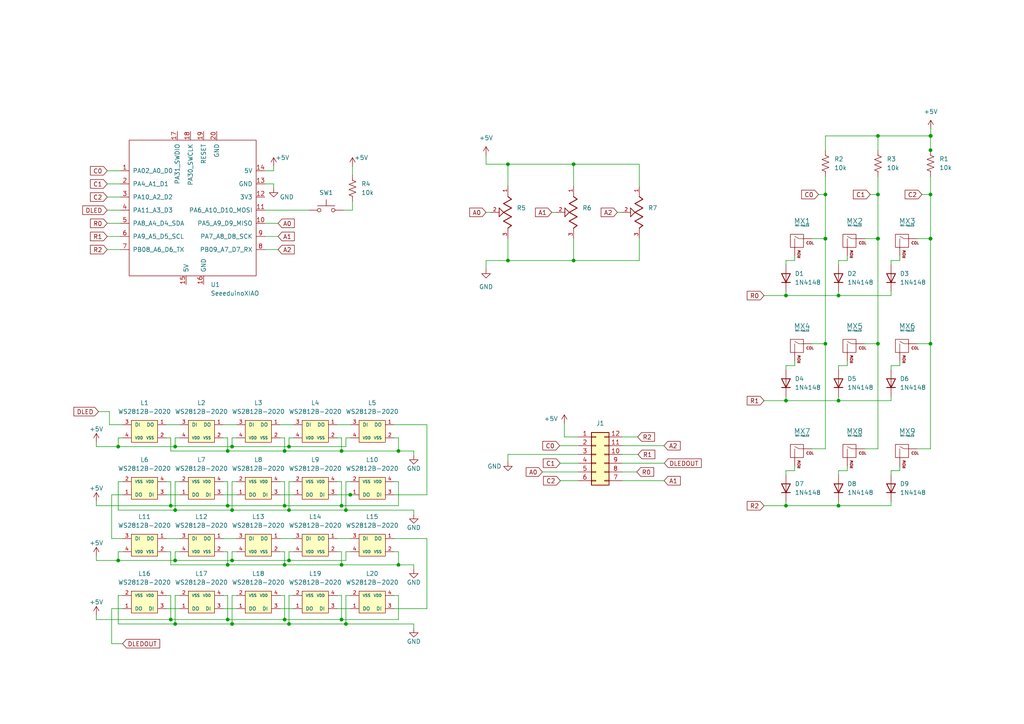
<source format=kicad_sch>
(kicad_sch (version 20211123) (generator eeschema)
  (paper "A4")
  (lib_symbols
    (symbol "Connector_Generic:Conn_02x06_Counter_Clockwise" (pin_names (offset 1.016) hide)
      (property "Reference" "J" (at 1.27 7.62 0))
      (property "Value" "Conn_02x06_Counter_Clockwise" (at 1.27 -10.16 0))
      (symbol "Conn_02x06_Counter_Clockwise_1_1"
        (pin passive line (at -5.08 5.08 0) (length 3.81) (name "Pin_1") (number "1"))
        (pin passive line (at 7.62 0 180) (length 3.81) (name "Pin_10") (number "10"))
        (pin passive line (at 7.62 2.54 180) (length 3.81) (name "Pin_11") (number "11"))
        (pin passive line (at 7.62 5.08 180) (length 3.81) (name "Pin_12") (number "12"))
        (pin passive line (at -5.08 2.54 0) (length 3.81) (name "Pin_2") (number "2"))
        (pin passive line (at -5.08 0 0) (length 3.81) (name "Pin_3") (number "3"))
        (pin passive line (at -5.08 -2.54 0) (length 3.81) (name "Pin_4") (number "4"))
        (pin passive line (at -5.08 -5.08 0) (length 3.81) (name "Pin_5") (number "5"))
        (pin passive line (at -5.08 -7.62 0) (length 3.81) (name "Pin_6") (number "6"))
        (pin passive line (at 7.62 -7.62 180) (length 3.81) (name "Pin_7") (number "7"))
        (pin passive line (at 7.62 -5.08 180) (length 3.81) (name "Pin_8") (number "8"))
        (pin passive line (at 7.62 -2.54 180) (length 3.81) (name "Pin_9") (number "9"))
      )
    )
    (symbol "Device:R_US" (pin_numbers hide) (pin_names (offset 0))
      (property "Reference" "R" (at 2.54 0 90))
      (property "Value" "R_US" (at -2.54 0 90))
      (symbol "R_US_1_1"
        (pin passive line (at 0 3.81 270) (length 1.27) (name "~") (number "1"))
        (pin passive line (at 0 -3.81 90) (length 1.27) (name "~") (number "2"))
      )
    )
    (symbol "Diode:1N4148" (pin_numbers hide) (pin_names hide)
      (property "Reference" "D" (at 0 2.54 0))
      (property "Value" "1N4148" (at 0 -2.54 0))
      (symbol "1N4148_1_1"
        (pin passive line (at -3.81 0 0) (length 2.54) (name "K") (number "1"))
        (pin passive line (at 3.81 0 180) (length 2.54) (name "A") (number "2"))
      )
    )
    (symbol "MX_Alps_Hybrid:MX-NoLED" (pin_names (offset 1.016))
      (property "Reference" "MX" (at -0.635 3.81 0))
      (property "Value" "MX-NoLED" (at -0.635 1.27 0))
      (symbol "MX-NoLED_0_0"
        (text "COL" (at 3.175 0 0) (effects (font (size 0.762 0.762))))
        (text "ROW" (at 0 -1.905 900) (effects (font (size 0.762 0.762)) (justify right)))
      )
      (symbol "MX-NoLED_1_1"
        (pin passive line (at 3.81 1.27 180) (length 2.54) (name "COL") (number "1"))
        (pin passive line (at -1.27 -3.81 90) (length 2.54) (name "ROW") (number "2"))
      )
    )
    (symbol "PTA4543-2015DPB103:PTA4543-2015DPB103" (pin_names (offset 1.016))
      (property "Reference" "R" (at -5.08 5.08 0))
      (property "Value" "PTA4543-2015DPB103" (at -5.08 2.54 0))
      (symbol "PTA4543-2015DPB103_0_0"
        (pin passive line (at -7.62 0 0) (length 2.54) (name "~") (number "1"))
        (pin passive line (at 0 -5.08 90) (length 2.54) (name "~") (number "2"))
        (pin passive line (at 7.62 0 180) (length 2.54) (name "~") (number "3"))
      )
    )
    (symbol "Seeeduino XIAO:SeeeduinoXIAO" (pin_names (offset 1.016))
      (property "Reference" "U" (at -19.05 22.86 0))
      (property "Value" "SeeeduinoXIAO" (at -12.7 21.59 0))
      (symbol "SeeeduinoXIAO_1_1"
        (pin unspecified line (at -21.59 11.43 0) (length 2.54) (name "PA02_A0_D0") (number "1"))
        (pin unspecified line (at 20.32 -3.81 180) (length 2.54) (name "PA5_A9_D9_MISO") (number "10"))
        (pin unspecified line (at 20.32 0 180) (length 2.54) (name "PA6_A10_D10_MOSI") (number "11"))
        (pin unspecified line (at 20.32 3.81 180) (length 2.54) (name "3V3") (number "12"))
        (pin unspecified line (at 20.32 7.62 180) (length 2.54) (name "GND") (number "13"))
        (pin unspecified line (at 20.32 11.43 180) (length 2.54) (name "5V") (number "14"))
        (pin input line (at -2.54 -21.59 90) (length 2.54) (name "5V") (number "15"))
        (pin input line (at 2.54 -21.59 90) (length 2.54) (name "GND") (number "16"))
        (pin input line (at -5.08 22.86 270) (length 2.54) (name "PA31_SWDIO") (number "17"))
        (pin input line (at -1.27 22.86 270) (length 2.54) (name "PA30_SWCLK") (number "18"))
        (pin input line (at 2.54 22.86 270) (length 2.54) (name "RESET") (number "19"))
        (pin unspecified line (at -21.59 7.62 0) (length 2.54) (name "PA4_A1_D1") (number "2"))
        (pin input line (at 6.35 22.86 270) (length 2.54) (name "GND") (number "20"))
        (pin unspecified line (at -21.59 3.81 0) (length 2.54) (name "PA10_A2_D2") (number "3"))
        (pin unspecified line (at -21.59 0 0) (length 2.54) (name "PA11_A3_D3") (number "4"))
        (pin unspecified line (at -21.59 -3.81 0) (length 2.54) (name "PA8_A4_D4_SDA") (number "5"))
        (pin unspecified line (at -21.59 -7.62 0) (length 2.54) (name "PA9_A5_D5_SCL") (number "6"))
        (pin unspecified line (at -21.59 -11.43 0) (length 2.54) (name "PB08_A6_D6_TX") (number "7"))
        (pin unspecified line (at 20.32 -11.43 180) (length 2.54) (name "PB09_A7_D7_RX") (number "8"))
        (pin unspecified line (at 20.32 -7.62 180) (length 2.54) (name "PA7_A8_D8_SCK") (number "9"))
      )
    )
    (symbol "Switch:SW_MEC_5G" (pin_numbers hide) (pin_names (offset 1.016) hide)
      (property "Reference" "SW" (at 1.27 2.54 0))
      (property "Value" "SW_MEC_5G" (at 0 -1.524 0))
      (symbol "SW_MEC_5G_0_1"
        (pin passive line (at -5.08 0 0) (length 2.54) (name "A") (number "1"))
        (pin passive line (at 5.08 0 180) (length 2.54) (name "B") (number "3"))
      )
      (symbol "SW_MEC_5G_1_1"
        (pin passive line (at -5.08 0 0) (length 2.54) hide (name "A") (number "2"))
        (pin passive line (at 5.08 0 180) (length 2.54) hide (name "B") (number "4"))
      )
    )
    (symbol "WS2812B-2020:WS2812B-2020" (pin_names (offset 1.016))
      (property "Reference" "L" (at -7.62 2.54 0))
      (property "Value" "WS2812B-2020" (at -3.81 -6.35 0))
      (symbol "WS2812B-2020_0_0"
        (pin output line (at 2.54 1.27 180) (length 2.5) (name "DO") (number "1"))
        (pin bidirectional line (at 2.54 -2.54 180) (length 2.5) (name "VSS") (number "2"))
        (pin input line (at -10.16 1.27 0) (length 2.5) (name "DI") (number "3"))
        (pin power_in line (at -10.16 -2.54 0) (length 2.5) (name "VDD") (number "4"))
      )
    )
    (symbol "WS2812B-2020_1" (pin_names (offset 1.016))
      (property "Reference" "L" (at -7.62 2.54 0))
      (property "Value" "WS2812B-2020_1" (at -3.81 -6.35 0))
      (symbol "WS2812B-2020_1_0_0"
        (pin output line (at 2.54 1.27 180) (length 2.5) (name "DO") (number "1"))
        (pin bidirectional line (at 2.54 -2.54 180) (length 2.5) (name "VSS") (number "2"))
        (pin input line (at -10.16 1.27 0) (length 2.5) (name "DI") (number "3"))
        (pin power_in line (at -10.16 -2.54 0) (length 2.5) (name "VDD") (number "4"))
      )
    )
    (symbol "WS2812B-2020_10" (pin_names (offset 1.016))
      (property "Reference" "L" (at -7.62 2.54 0))
      (property "Value" "WS2812B-2020_10" (at -3.81 -6.35 0))
      (symbol "WS2812B-2020_10_0_0"
        (pin output line (at 2.54 1.27 180) (length 2.5) (name "DO") (number "1"))
        (pin bidirectional line (at 2.54 -2.54 180) (length 2.5) (name "VSS") (number "2"))
        (pin input line (at -10.16 1.27 0) (length 2.5) (name "DI") (number "3"))
        (pin power_in line (at -10.16 -2.54 0) (length 2.5) (name "VDD") (number "4"))
      )
    )
    (symbol "WS2812B-2020_11" (pin_names (offset 1.016))
      (property "Reference" "L" (at -7.62 2.54 0))
      (property "Value" "WS2812B-2020_11" (at -3.81 -6.35 0))
      (symbol "WS2812B-2020_11_0_0"
        (pin output line (at 2.54 1.27 180) (length 2.5) (name "DO") (number "1"))
        (pin bidirectional line (at 2.54 -2.54 180) (length 2.5) (name "VSS") (number "2"))
        (pin input line (at -10.16 1.27 0) (length 2.5) (name "DI") (number "3"))
        (pin power_in line (at -10.16 -2.54 0) (length 2.5) (name "VDD") (number "4"))
      )
    )
    (symbol "WS2812B-2020_12" (pin_names (offset 1.016))
      (property "Reference" "L" (at -7.62 2.54 0))
      (property "Value" "WS2812B-2020_12" (at -3.81 -6.35 0))
      (symbol "WS2812B-2020_12_0_0"
        (pin output line (at 2.54 1.27 180) (length 2.5) (name "DO") (number "1"))
        (pin bidirectional line (at 2.54 -2.54 180) (length 2.5) (name "VSS") (number "2"))
        (pin input line (at -10.16 1.27 0) (length 2.5) (name "DI") (number "3"))
        (pin power_in line (at -10.16 -2.54 0) (length 2.5) (name "VDD") (number "4"))
      )
    )
    (symbol "WS2812B-2020_13" (pin_names (offset 1.016))
      (property "Reference" "L" (at -7.62 2.54 0))
      (property "Value" "WS2812B-2020_13" (at -3.81 -6.35 0))
      (symbol "WS2812B-2020_13_0_0"
        (pin output line (at 2.54 1.27 180) (length 2.5) (name "DO") (number "1"))
        (pin bidirectional line (at 2.54 -2.54 180) (length 2.5) (name "VSS") (number "2"))
        (pin input line (at -10.16 1.27 0) (length 2.5) (name "DI") (number "3"))
        (pin power_in line (at -10.16 -2.54 0) (length 2.5) (name "VDD") (number "4"))
      )
    )
    (symbol "WS2812B-2020_14" (pin_names (offset 1.016))
      (property "Reference" "L" (at -7.62 2.54 0))
      (property "Value" "WS2812B-2020_14" (at -3.81 -6.35 0))
      (symbol "WS2812B-2020_14_0_0"
        (pin output line (at 2.54 1.27 180) (length 2.5) (name "DO") (number "1"))
        (pin bidirectional line (at 2.54 -2.54 180) (length 2.5) (name "VSS") (number "2"))
        (pin input line (at -10.16 1.27 0) (length 2.5) (name "DI") (number "3"))
        (pin power_in line (at -10.16 -2.54 0) (length 2.5) (name "VDD") (number "4"))
      )
    )
    (symbol "WS2812B-2020_15" (pin_names (offset 1.016))
      (property "Reference" "L" (at -7.62 2.54 0))
      (property "Value" "WS2812B-2020_15" (at -3.81 -6.35 0))
      (symbol "WS2812B-2020_15_0_0"
        (pin output line (at 2.54 1.27 180) (length 2.5) (name "DO") (number "1"))
        (pin bidirectional line (at 2.54 -2.54 180) (length 2.5) (name "VSS") (number "2"))
        (pin input line (at -10.16 1.27 0) (length 2.5) (name "DI") (number "3"))
        (pin power_in line (at -10.16 -2.54 0) (length 2.5) (name "VDD") (number "4"))
      )
    )
    (symbol "WS2812B-2020_16" (pin_names (offset 1.016))
      (property "Reference" "L" (at -7.62 2.54 0))
      (property "Value" "WS2812B-2020_16" (at -3.81 -6.35 0))
      (symbol "WS2812B-2020_16_0_0"
        (pin output line (at 2.54 1.27 180) (length 2.5) (name "DO") (number "1"))
        (pin bidirectional line (at 2.54 -2.54 180) (length 2.5) (name "VSS") (number "2"))
        (pin input line (at -10.16 1.27 0) (length 2.5) (name "DI") (number "3"))
        (pin power_in line (at -10.16 -2.54 0) (length 2.5) (name "VDD") (number "4"))
      )
    )
    (symbol "WS2812B-2020_17" (pin_names (offset 1.016))
      (property "Reference" "L" (at -7.62 2.54 0))
      (property "Value" "WS2812B-2020_17" (at -3.81 -6.35 0))
      (symbol "WS2812B-2020_17_0_0"
        (pin output line (at 2.54 1.27 180) (length 2.5) (name "DO") (number "1"))
        (pin bidirectional line (at 2.54 -2.54 180) (length 2.5) (name "VSS") (number "2"))
        (pin input line (at -10.16 1.27 0) (length 2.5) (name "DI") (number "3"))
        (pin power_in line (at -10.16 -2.54 0) (length 2.5) (name "VDD") (number "4"))
      )
    )
    (symbol "WS2812B-2020_18" (pin_names (offset 1.016))
      (property "Reference" "L" (at -7.62 2.54 0))
      (property "Value" "WS2812B-2020_18" (at -3.81 -6.35 0))
      (symbol "WS2812B-2020_18_0_0"
        (pin output line (at 2.54 1.27 180) (length 2.5) (name "DO") (number "1"))
        (pin bidirectional line (at 2.54 -2.54 180) (length 2.5) (name "VSS") (number "2"))
        (pin input line (at -10.16 1.27 0) (length 2.5) (name "DI") (number "3"))
        (pin power_in line (at -10.16 -2.54 0) (length 2.5) (name "VDD") (number "4"))
      )
    )
    (symbol "WS2812B-2020_19" (pin_names (offset 1.016))
      (property "Reference" "L" (at -7.62 2.54 0))
      (property "Value" "WS2812B-2020_19" (at -3.81 -6.35 0))
      (symbol "WS2812B-2020_19_0_0"
        (pin output line (at 2.54 1.27 180) (length 2.5) (name "DO") (number "1"))
        (pin bidirectional line (at 2.54 -2.54 180) (length 2.5) (name "VSS") (number "2"))
        (pin input line (at -10.16 1.27 0) (length 2.5) (name "DI") (number "3"))
        (pin power_in line (at -10.16 -2.54 0) (length 2.5) (name "VDD") (number "4"))
      )
    )
    (symbol "WS2812B-2020_3" (pin_names (offset 1.016))
      (property "Reference" "L" (at -7.62 2.54 0))
      (property "Value" "WS2812B-2020_3" (at -3.81 -6.35 0))
      (symbol "WS2812B-2020_3_0_0"
        (pin output line (at 2.54 1.27 180) (length 2.5) (name "DO") (number "1"))
        (pin bidirectional line (at 2.54 -2.54 180) (length 2.5) (name "VSS") (number "2"))
        (pin input line (at -10.16 1.27 0) (length 2.5) (name "DI") (number "3"))
        (pin power_in line (at -10.16 -2.54 0) (length 2.5) (name "VDD") (number "4"))
      )
    )
    (symbol "WS2812B-2020_4" (pin_names (offset 1.016))
      (property "Reference" "L" (at -7.62 2.54 0))
      (property "Value" "WS2812B-2020_4" (at -3.81 -6.35 0))
      (symbol "WS2812B-2020_4_0_0"
        (pin output line (at 2.54 1.27 180) (length 2.5) (name "DO") (number "1"))
        (pin bidirectional line (at 2.54 -2.54 180) (length 2.5) (name "VSS") (number "2"))
        (pin input line (at -10.16 1.27 0) (length 2.5) (name "DI") (number "3"))
        (pin power_in line (at -10.16 -2.54 0) (length 2.5) (name "VDD") (number "4"))
      )
    )
    (symbol "WS2812B-2020_5" (pin_names (offset 1.016))
      (property "Reference" "L" (at -7.62 2.54 0))
      (property "Value" "WS2812B-2020_5" (at -3.81 -6.35 0))
      (symbol "WS2812B-2020_5_0_0"
        (pin output line (at 2.54 1.27 180) (length 2.5) (name "DO") (number "1"))
        (pin bidirectional line (at 2.54 -2.54 180) (length 2.5) (name "VSS") (number "2"))
        (pin input line (at -10.16 1.27 0) (length 2.5) (name "DI") (number "3"))
        (pin power_in line (at -10.16 -2.54 0) (length 2.5) (name "VDD") (number "4"))
      )
    )
    (symbol "WS2812B-2020_6" (pin_names (offset 1.016))
      (property "Reference" "L" (at -7.62 2.54 0))
      (property "Value" "WS2812B-2020_6" (at -3.81 -6.35 0))
      (symbol "WS2812B-2020_6_0_0"
        (pin output line (at 2.54 1.27 180) (length 2.5) (name "DO") (number "1"))
        (pin bidirectional line (at 2.54 -2.54 180) (length 2.5) (name "VSS") (number "2"))
        (pin input line (at -10.16 1.27 0) (length 2.5) (name "DI") (number "3"))
        (pin power_in line (at -10.16 -2.54 0) (length 2.5) (name "VDD") (number "4"))
      )
    )
    (symbol "WS2812B-2020_7" (pin_names (offset 1.016))
      (property "Reference" "L" (at -7.62 2.54 0))
      (property "Value" "WS2812B-2020_7" (at -3.81 -6.35 0))
      (symbol "WS2812B-2020_7_0_0"
        (pin output line (at 2.54 1.27 180) (length 2.5) (name "DO") (number "1"))
        (pin bidirectional line (at 2.54 -2.54 180) (length 2.5) (name "VSS") (number "2"))
        (pin input line (at -10.16 1.27 0) (length 2.5) (name "DI") (number "3"))
        (pin power_in line (at -10.16 -2.54 0) (length 2.5) (name "VDD") (number "4"))
      )
    )
    (symbol "WS2812B-2020_8" (pin_names (offset 1.016))
      (property "Reference" "L" (at -7.62 2.54 0))
      (property "Value" "WS2812B-2020_8" (at -3.81 -6.35 0))
      (symbol "WS2812B-2020_8_0_0"
        (pin output line (at 2.54 1.27 180) (length 2.5) (name "DO") (number "1"))
        (pin bidirectional line (at 2.54 -2.54 180) (length 2.5) (name "VSS") (number "2"))
        (pin input line (at -10.16 1.27 0) (length 2.5) (name "DI") (number "3"))
        (pin power_in line (at -10.16 -2.54 0) (length 2.5) (name "VDD") (number "4"))
      )
    )
    (symbol "WS2812B-2020_9" (pin_names (offset 1.016))
      (property "Reference" "L" (at -7.62 2.54 0))
      (property "Value" "WS2812B-2020_9" (at -3.81 -6.35 0))
      (symbol "WS2812B-2020_9_0_0"
        (pin output line (at 2.54 1.27 180) (length 2.5) (name "DO") (number "1"))
        (pin bidirectional line (at 2.54 -2.54 180) (length 2.5) (name "VSS") (number "2"))
        (pin input line (at -10.16 1.27 0) (length 2.5) (name "DI") (number "3"))
        (pin power_in line (at -10.16 -2.54 0) (length 2.5) (name "VDD") (number "4"))
      )
    )
    (symbol "power:+5V" (power) (pin_names (offset 0))
      (property "Value" "+5V" (at 0 3.556 0))
      (symbol "+5V_1_1"
        (pin power_in line (at 0 0 90) (length 0) hide (name "+5V") (number "1"))
      )
    )
    (symbol "power:GND" (power) (pin_names (offset 0))
      (property "Value" "GND" (at 0 -3.81 0))
      (symbol "GND_1_1"
        (pin power_in line (at 0 0 270) (length 0) hide (name "GND") (number "1"))
      )
    )
  )
  (junction (at 147.32 47.625))
  (junction (at 269.875 99.695))
  (junction (at 82.55 130.81))
  (junction (at 50.8 180.975))
  (junction (at 243.205 116.205))
  (junction (at 115.57 130.81))
  (junction (at 66.04 146.685))
  (junction (at 269.885 39.415))
  (junction (at 147.32 75.565))
  (junction (at 67.31 162.56))
  (junction (at 66.04 130.81))
  (junction (at 82.55 179.705))
  (junction (at 34.29 129.54))
  (junction (at 101.6 143.51))
  (junction (at 115.57 163.83))
  (junction (at 99.06 179.705))
  (junction (at 50.8 147.955))
  (junction (at 99.06 146.685))
  (junction (at 239.395 69.215))
  (junction (at 166.37 47.625))
  (junction (at 99.06 130.81))
  (junction (at 239.405 69.215))
  (junction (at 83.82 147.955))
  (junction (at 269.885 69.215))
  (junction (at 83.82 180.975))
  (junction (at 34.29 162.56))
  (junction (at 227.965 116.205))
  (junction (at 254.635 69.215))
  (junction (at 67.31 147.955))
  (junction (at 49.53 179.705))
  (junction (at 239.395 99.695))
  (junction (at 243.205 146.685))
  (junction (at 82.55 163.83))
  (junction (at 254.635 99.695))
  (junction (at 100.33 147.955))
  (junction (at 66.04 163.83))
  (junction (at 254.645 69.215))
  (junction (at 254.645 56.415))
  (junction (at 50.8 162.56))
  (junction (at 227.965 85.725))
  (junction (at 83.82 162.56))
  (junction (at 243.205 85.725))
  (junction (at 269.885 43.5586))
  (junction (at 254.645 39.415))
  (junction (at 67.31 180.975))
  (junction (at 49.53 146.685))
  (junction (at 99.06 163.83))
  (junction (at 83.82 129.54))
  (junction (at 100.33 180.975))
  (junction (at 50.8 129.54))
  (junction (at 166.37 75.565))
  (junction (at 67.31 129.54))
  (junction (at 227.965 146.685))
  (junction (at 239.405 56.415))
  (junction (at 269.885 56.415))
  (junction (at 66.04 179.705))
  (junction (at 269.9613 39.415))
  (junction (at 82.55 146.685))
  (junction (at 269.875 69.215))
  (wire (pts (xy 180.4431 134.3453) (xy 192.6511 134.3453)))
  (wire (pts (xy 35.56 123.19) (xy 31.75 123.19)))
  (wire (pts (xy 239.395 130.175) (xy 235.585 130.175)))
  (wire (pts (xy 269.9613 39.415) (xy 269.885 39.415)))
  (wire (pts (xy 50.8 160.02) (xy 52.07 160.02)))
  (wire (pts (xy 66.04 160.02) (xy 66.04 163.83)))
  (wire (pts (xy 67.31 172.72) (xy 67.31 180.975)))
  (wire (pts (xy 245.745 106.045) (xy 245.745 104.775)))
  (wire (pts (xy 269.885 43.605) (xy 269.885 43.5586)))
  (wire (pts (xy 27.94 178.435) (xy 27.94 179.705)))
  (wire (pts (xy 221.615 116.205) (xy 227.965 116.205)))
  (wire (pts (xy 99.06 146.685) (xy 115.57 146.685)))
  (wire (pts (xy 81.28 176.53) (xy 85.09 176.53)))
  (wire (pts (xy 100.33 172.72) (xy 101.6 172.72)))
  (wire (pts (xy 230.505 136.525) (xy 230.505 135.255)))
  (wire (pts (xy 82.55 130.81) (xy 99.06 130.81)))
  (wire (pts (xy 230.505 106.045) (xy 230.505 104.775)))
  (wire (pts (xy 27.94 161.29) (xy 27.94 162.56)))
  (wire (pts (xy 82.55 130.81) (xy 82.55 127)))
  (wire (pts (xy 67.31 129.54) (xy 83.82 129.54)))
  (wire (pts (xy 97.79 143.51) (xy 101.6 143.51)))
  (wire (pts (xy 160.02 61.595) (xy 161.29 61.595)))
  (wire (pts (xy 100.33 127) (xy 101.6 127)))
  (wire (pts (xy 48.26 123.19) (xy 52.07 123.19)))
  (wire (pts (xy 260.985 75.565) (xy 260.985 74.295)))
  (wire (pts (xy 97.79 176.53) (xy 101.6 176.53)))
  (wire (pts (xy 266.065 69.215) (xy 269.875 69.215)))
  (wire (pts (xy 83.82 127) (xy 85.09 127)))
  (wire (pts (xy 166.37 69.215) (xy 166.37 75.565)))
  (wire (pts (xy 97.79 123.19) (xy 101.6 123.19)))
  (wire (pts (xy 99.06 163.83) (xy 99.06 160.02)))
  (wire (pts (xy 50.8 162.56) (xy 67.31 162.56)))
  (wire (pts (xy 140.97 47.625) (xy 147.32 47.625)))
  (wire (pts (xy 147.32 131.8053) (xy 167.7431 131.8053)))
  (wire (pts (xy 99.06 127) (xy 97.79 127)))
  (wire (pts (xy 48.26 139.7) (xy 49.53 139.7)))
  (wire (pts (xy 243.205 146.685) (xy 243.205 145.415)))
  (wire (pts (xy 100.33 162.56) (xy 100.33 160.02)))
  (wire (pts (xy 67.31 127) (xy 68.58 127)))
  (wire (pts (xy 31.115 64.77) (xy 34.925 64.77)))
  (wire (pts (xy 114.3 172.72) (xy 115.57 172.72)))
  (wire (pts (xy 227.965 106.045) (xy 230.505 106.045)))
  (wire (pts (xy 115.57 163.83) (xy 120.015 163.83)))
  (wire (pts (xy 120.015 130.81) (xy 120.015 132.08)))
  (wire (pts (xy 64.77 160.02) (xy 66.04 160.02)))
  (wire (pts (xy 79.375 49.53) (xy 79.375 48.26)))
  (wire (pts (xy 140.97 78.105) (xy 140.97 75.565)))
  (wire (pts (xy 49.53 163.83) (xy 49.53 160.02)))
  (wire (pts (xy 239.405 43.605) (xy 239.405 39.415)))
  (wire (pts (xy 157.3259 136.8853) (xy 167.7431 136.8853)))
  (wire (pts (xy 243.205 116.205) (xy 243.205 114.935)))
  (wire (pts (xy 101.6 139.7) (xy 100.33 139.7)))
  (wire (pts (xy 35.56 143.51) (xy 32.385 143.51)))
  (wire (pts (xy 269.885 51.1786) (xy 269.885 56.415)))
  (wire (pts (xy 115.57 130.81) (xy 120.015 130.81)))
  (wire (pts (xy 31.115 68.58) (xy 34.925 68.58)))
  (wire (pts (xy 68.58 139.7) (xy 67.31 139.7)))
  (wire (pts (xy 239.405 56.415) (xy 239.405 69.215)))
  (wire (pts (xy 269.875 99.695) (xy 266.065 99.695)))
  (wire (pts (xy 243.205 76.835) (xy 243.205 75.565)))
  (wire (pts (xy 243.205 136.525) (xy 245.745 136.525)))
  (wire (pts (xy 180.4431 131.8053) (xy 185.0379 131.8053)))
  (wire (pts (xy 258.445 116.205) (xy 243.205 116.205)))
  (wire (pts (xy 83.82 172.72) (xy 83.82 180.975)))
  (wire (pts (xy 230.505 74.295) (xy 230.505 75.565)))
  (wire (pts (xy 66.04 163.83) (xy 49.53 163.83)))
  (wire (pts (xy 67.31 162.56) (xy 83.82 162.56)))
  (wire (pts (xy 81.28 143.51) (xy 85.09 143.51)))
  (wire (pts (xy 258.445 75.565) (xy 260.985 75.565)))
  (wire (pts (xy 66.04 146.685) (xy 82.55 146.685)))
  (wire (pts (xy 147.32 131.8053) (xy 147.32 133.985)))
  (wire (pts (xy 50.8 129.54) (xy 50.8 127)))
  (wire (pts (xy 66.04 127) (xy 66.04 130.81)))
  (wire (pts (xy 97.79 139.7) (xy 99.06 139.7)))
  (wire (pts (xy 76.835 49.53) (xy 79.375 49.53)))
  (wire (pts (xy 243.205 107.315) (xy 243.205 106.045)))
  (wire (pts (xy 49.53 146.685) (xy 66.04 146.685)))
  (wire (pts (xy 140.97 75.565) (xy 147.32 75.565)))
  (wire (pts (xy 81.28 139.7) (xy 82.55 139.7)))
  (wire (pts (xy 266.065 130.175) (xy 269.875 130.175)))
  (wire (pts (xy 49.53 130.81) (xy 49.53 127)))
  (wire (pts (xy 258.445 85.725) (xy 243.205 85.725)))
  (wire (pts (xy 50.8 129.54) (xy 67.31 129.54)))
  (wire (pts (xy 64.77 172.72) (xy 66.04 172.72)))
  (wire (pts (xy 34.29 162.56) (xy 50.8 162.56)))
  (wire (pts (xy 64.77 139.7) (xy 66.04 139.7)))
  (wire (pts (xy 48.26 143.51) (xy 52.07 143.51)))
  (wire (pts (xy 34.29 180.975) (xy 50.8 180.975)))
  (wire (pts (xy 34.29 147.955) (xy 50.8 147.955)))
  (wire (pts (xy 49.53 172.72) (xy 49.53 179.705)))
  (wire (pts (xy 81.28 172.72) (xy 82.55 172.72)))
  (wire (pts (xy 254.635 130.175) (xy 254.635 99.695)))
  (wire (pts (xy 227.965 136.525) (xy 230.505 136.525)))
  (wire (pts (xy 50.8 172.72) (xy 52.07 172.72)))
  (wire (pts (xy 260.985 136.525) (xy 260.985 135.255)))
  (wire (pts (xy 185.42 47.625) (xy 185.42 53.975)))
  (wire (pts (xy 31.115 60.96) (xy 34.925 60.96)))
  (wire (pts (xy 83.82 139.7) (xy 83.82 147.955)))
  (wire (pts (xy 120.015 163.83) (xy 120.015 165.1)))
  (wire (pts (xy 243.205 116.205) (xy 227.965 116.205)))
  (wire (pts (xy 32.385 143.51) (xy 32.385 156.21)))
  (wire (pts (xy 115.57 139.7) (xy 114.3 139.7)))
  (wire (pts (xy 64.77 156.21) (xy 68.58 156.21)))
  (wire (pts (xy 147.32 47.625) (xy 166.37 47.625)))
  (wire (pts (xy 52.07 139.7) (xy 50.8 139.7)))
  (wire (pts (xy 269.875 130.175) (xy 269.875 99.695)))
  (wire (pts (xy 31.115 49.53) (xy 34.925 49.53)))
  (wire (pts (xy 258.445 146.685) (xy 243.205 146.685)))
  (wire (pts (xy 100.33 172.72) (xy 100.33 180.975)))
  (wire (pts (xy 269.885 43.5586) (xy 269.885 39.415)))
  (wire (pts (xy 245.745 75.565) (xy 245.745 74.295)))
  (wire (pts (xy 27.94 145.415) (xy 27.94 146.685)))
  (wire (pts (xy 245.745 136.525) (xy 245.745 135.255)))
  (wire (pts (xy 166.37 47.625) (xy 166.37 53.975)))
  (wire (pts (xy 243.205 146.685) (xy 227.965 146.685)))
  (wire (pts (xy 34.29 129.54) (xy 27.94 129.54)))
  (wire (pts (xy 66.04 179.705) (xy 82.55 179.705)))
  (wire (pts (xy 48.26 156.21) (xy 52.07 156.21)))
  (wire (pts (xy 34.29 162.56) (xy 27.94 162.56)))
  (wire (pts (xy 67.31 129.54) (xy 67.31 127)))
  (wire (pts (xy 31.115 53.34) (xy 34.925 53.34)))
  (wire (pts (xy 114.3 156.21) (xy 123.825 156.21)))
  (wire (pts (xy 66.04 172.72) (xy 66.04 179.705)))
  (wire (pts (xy 97.79 160.02) (xy 99.06 160.02)))
  (wire (pts (xy 34.29 172.72) (xy 35.56 172.72)))
  (wire (pts (xy 34.29 127) (xy 34.29 129.54)))
  (wire (pts (xy 50.8 172.72) (xy 50.8 180.975)))
  (wire (pts (xy 123.825 123.19) (xy 123.825 143.51)))
  (wire (pts (xy 102.235 48.26) (xy 102.235 50.8)))
  (wire (pts (xy 250.825 69.215) (xy 254.635 69.215)))
  (wire (pts (xy 147.32 53.975) (xy 147.32 47.625)))
  (wire (pts (xy 252.405 56.415) (xy 254.645 56.415)))
  (wire (pts (xy 100.33 160.02) (xy 101.6 160.02)))
  (wire (pts (xy 34.29 147.955) (xy 34.29 139.7)))
  (wire (pts (xy 82.55 163.83) (xy 82.55 160.02)))
  (wire (pts (xy 99.06 179.705) (xy 115.57 179.705)))
  (wire (pts (xy 76.835 64.77) (xy 80.645 64.77)))
  (wire (pts (xy 254.645 51.225) (xy 254.645 56.415)))
  (wire (pts (xy 101.6 143.51) (xy 102.87 143.51)))
  (wire (pts (xy 254.645 69.215) (xy 254.635 69.215)))
  (wire (pts (xy 83.82 180.975) (xy 100.33 180.975)))
  (wire (pts (xy 180.4431 139.4253) (xy 192.6076 139.4253)))
  (wire (pts (xy 120.015 180.975) (xy 120.015 182.245)))
  (wire (pts (xy 66.04 139.7) (xy 66.04 146.685)))
  (wire (pts (xy 162.337 129.2653) (xy 167.7431 129.2653)))
  (wire (pts (xy 227.965 85.725) (xy 243.205 85.725)))
  (wire (pts (xy 140.97 61.595) (xy 142.24 61.595)))
  (wire (pts (xy 81.28 156.21) (xy 85.09 156.21)))
  (wire (pts (xy 123.825 156.21) (xy 123.825 176.53)))
  (wire (pts (xy 114.3 160.02) (xy 115.57 160.02)))
  (wire (pts (xy 147.32 69.215) (xy 147.32 75.565)))
  (wire (pts (xy 237.405 56.415) (xy 239.405 56.415)))
  (wire (pts (xy 239.395 69.215) (xy 239.395 99.695)))
  (wire (pts (xy 82.55 127) (xy 81.28 127)))
  (wire (pts (xy 27.94 128.27) (xy 27.94 129.54)))
  (wire (pts (xy 76.835 60.96) (xy 89.535 60.96)))
  (wire (pts (xy 230.505 75.565) (xy 227.965 75.565)))
  (wire (pts (xy 221.615 146.685) (xy 227.965 146.685)))
  (wire (pts (xy 64.77 123.19) (xy 68.58 123.19)))
  (wire (pts (xy 50.8 127) (xy 52.07 127)))
  (wire (pts (xy 258.445 106.045) (xy 260.985 106.045)))
  (wire (pts (xy 67.31 160.02) (xy 68.58 160.02)))
  (wire (pts (xy 99.06 130.81) (xy 99.06 127)))
  (wire (pts (xy 35.56 127) (xy 34.29 127)))
  (wire (pts (xy 97.79 156.21) (xy 101.6 156.21)))
  (wire (pts (xy 81.28 160.02) (xy 82.55 160.02)))
  (wire (pts (xy 115.57 179.705) (xy 115.57 172.72)))
  (wire (pts (xy 50.8 147.955) (xy 67.31 147.955)))
  (wire (pts (xy 115.57 127) (xy 114.3 127)))
  (wire (pts (xy 235.585 69.215) (xy 239.395 69.215)))
  (wire (pts (xy 99.695 60.96) (xy 102.235 60.96)))
  (wire (pts (xy 34.29 180.975) (xy 34.29 172.72)))
  (wire (pts (xy 48.26 160.02) (xy 49.53 160.02)))
  (wire (pts (xy 114.3 143.51) (xy 123.825 143.51)))
  (wire (pts (xy 221.615 85.725) (xy 227.965 85.725)))
  (wire (pts (xy 258.445 76.835) (xy 258.445 75.565)))
  (wire (pts (xy 97.79 172.72) (xy 99.06 172.72)))
  (wire (pts (xy 227.965 137.795) (xy 227.965 136.525)))
  (wire (pts (xy 163.6775 126.7253) (xy 167.7431 126.7253)))
  (wire (pts (xy 180.4431 126.7253) (xy 184.9509 126.7253)))
  (wire (pts (xy 260.985 106.045) (xy 260.985 104.775)))
  (wire (pts (xy 99.06 163.83) (xy 115.57 163.83)))
  (wire (pts (xy 115.57 146.685) (xy 115.57 139.7)))
  (wire (pts (xy 100.33 139.7) (xy 100.33 147.955)))
  (wire (pts (xy 166.37 75.565) (xy 185.42 75.565)))
  (wire (pts (xy 49.53 139.7) (xy 49.53 146.685)))
  (wire (pts (xy 79.375 53.34) (xy 79.375 54.61)))
  (wire (pts (xy 254.645 39.415) (xy 254.645 43.605)))
  (wire (pts (xy 115.57 130.81) (xy 115.57 127)))
  (wire (pts (xy 269.885 69.215) (xy 269.875 69.215)))
  (wire (pts (xy 64.77 176.53) (xy 68.58 176.53)))
  (wire (pts (xy 102.235 60.96) (xy 102.235 58.42)))
  (wire (pts (xy 82.55 139.7) (xy 82.55 146.685)))
  (wire (pts (xy 28.575 119.38) (xy 31.75 119.38)))
  (wire (pts (xy 254.635 99.695) (xy 250.825 99.695)))
  (wire (pts (xy 227.965 116.205) (xy 227.965 114.935)))
  (wire (pts (xy 83.82 162.56) (xy 100.33 162.56)))
  (wire (pts (xy 48.26 127) (xy 49.53 127)))
  (wire (pts (xy 83.82 160.02) (xy 85.09 160.02)))
  (wire (pts (xy 82.55 172.72) (xy 82.55 179.705)))
  (wire (pts (xy 254.645 56.415) (xy 254.645 69.215)))
  (wire (pts (xy 83.82 129.54) (xy 100.33 129.54)))
  (wire (pts (xy 35.56 186.69) (xy 32.385 186.69)))
  (wire (pts (xy 269.885 56.415) (xy 269.885 69.215)))
  (wire (pts (xy 166.37 47.625) (xy 185.42 47.625)))
  (wire (pts (xy 162.5327 139.4253) (xy 167.7431 139.4253)))
  (wire (pts (xy 239.405 39.415) (xy 254.645 39.415)))
  (wire (pts (xy 67.31 147.955) (xy 83.82 147.955)))
  (wire (pts (xy 120.015 147.955) (xy 120.015 149.225)))
  (wire (pts (xy 269.875 69.215) (xy 269.875 99.695)))
  (wire (pts (xy 243.205 137.795) (xy 243.205 136.525)))
  (wire (pts (xy 66.04 130.81) (xy 49.53 130.81)))
  (wire (pts (xy 114.3 123.19) (xy 123.825 123.19)))
  (wire (pts (xy 227.965 146.685) (xy 227.965 145.415)))
  (wire (pts (xy 100.33 129.54) (xy 100.33 127)))
  (wire (pts (xy 258.445 145.415) (xy 258.445 146.685)))
  (wire (pts (xy 83.82 147.955) (xy 100.33 147.955)))
  (wire (pts (xy 34.29 139.7) (xy 35.56 139.7)))
  (wire (pts (xy 180.4431 136.8853) (xy 184.6998 136.8853)))
  (wire (pts (xy 50.8 180.975) (xy 67.31 180.975)))
  (wire (pts (xy 250.825 130.175) (xy 254.635 130.175)))
  (wire (pts (xy 48.26 172.72) (xy 49.53 172.72)))
  (wire (pts (xy 83.82 172.72) (xy 85.09 172.72)))
  (wire (pts (xy 34.29 129.54) (xy 50.8 129.54)))
  (wire (pts (xy 99.06 130.81) (xy 115.57 130.81)))
  (wire (pts (xy 66.04 130.81) (xy 82.55 130.81)))
  (wire (pts (xy 100.33 180.975) (xy 120.015 180.975)))
  (wire (pts (xy 254.635 69.215) (xy 254.635 99.695)))
  (wire (pts (xy 269.9613 37.4188) (xy 269.9613 39.415)))
  (wire (pts (xy 85.09 139.7) (xy 83.82 139.7)))
  (wire (pts (xy 115.57 163.83) (xy 115.57 160.02)))
  (wire (pts (xy 227.965 107.315) (xy 227.965 106.045)))
  (wire (pts (xy 32.385 186.69) (xy 32.385 176.53)))
  (wire (pts (xy 31.75 123.19) (xy 31.75 119.38)))
  (wire (pts (xy 258.445 84.455) (xy 258.445 85.725)))
  (wire (pts (xy 76.835 53.34) (xy 79.375 53.34)))
  (wire (pts (xy 64.77 143.51) (xy 68.58 143.51)))
  (wire (pts (xy 258.445 114.935) (xy 258.445 116.205)))
  (wire (pts (xy 258.445 136.525) (xy 260.985 136.525)))
  (wire (pts (xy 76.835 72.39) (xy 80.645 72.39)))
  (wire (pts (xy 27.94 146.685) (xy 49.53 146.685)))
  (wire (pts (xy 239.405 69.215) (xy 239.395 69.215)))
  (wire (pts (xy 243.205 75.565) (xy 245.745 75.565)))
  (wire (pts (xy 163.6775 122.848) (xy 163.6775 126.7253)))
  (wire (pts (xy 50.8 162.56) (xy 50.8 160.02)))
  (wire (pts (xy 32.385 156.21) (xy 35.56 156.21)))
  (wire (pts (xy 239.395 99.695) (xy 239.395 130.175)))
  (wire (pts (xy 100.33 147.955) (xy 120.015 147.955)))
  (wire (pts (xy 66.04 163.83) (xy 82.55 163.83)))
  (wire (pts (xy 243.205 106.045) (xy 245.745 106.045)))
  (wire (pts (xy 49.53 179.705) (xy 66.04 179.705)))
  (wire (pts (xy 50.8 139.7) (xy 50.8 147.955)))
  (wire (pts (xy 147.32 75.565) (xy 166.37 75.565)))
  (wire (pts (xy 269.885 39.415) (xy 254.645 39.415)))
  (wire (pts (xy 180.4431 129.2653) (xy 192.5641 129.2653)))
  (wire (pts (xy 82.55 163.83) (xy 99.06 163.83)))
  (wire (pts (xy 34.29 160.02) (xy 35.56 160.02)))
  (wire (pts (xy 140.97 45.085) (xy 140.97 47.625)))
  (wire (pts (xy 76.835 68.58) (xy 80.645 68.58)))
  (wire (pts (xy 227.965 75.565) (xy 227.965 76.835)))
  (wire (pts (xy 27.94 179.705) (xy 49.53 179.705)))
  (wire (pts (xy 258.445 107.315) (xy 258.445 106.045)))
  (wire (pts (xy 99.06 139.7) (xy 99.06 146.685)))
  (wire (pts (xy 32.385 176.53) (xy 35.56 176.53)))
  (wire (pts (xy 235.585 99.695) (xy 239.395 99.695)))
  (wire (pts (xy 227.965 84.455) (xy 227.965 85.725)))
  (wire (pts (xy 31.115 72.39) (xy 34.925 72.39)))
  (wire (pts (xy 179.07 61.595) (xy 180.34 61.595)))
  (wire (pts (xy 99.06 172.72) (xy 99.06 179.705)))
  (wire (pts (xy 81.28 123.19) (xy 85.09 123.19)))
  (wire (pts (xy 258.445 137.795) (xy 258.445 136.525)))
  (wire (pts (xy 67.31 139.7) (xy 67.31 147.955)))
  (wire (pts (xy 67.31 180.975) (xy 83.82 180.975)))
  (wire (pts (xy 267.405 56.415) (xy 269.885 56.415)))
  (wire (pts (xy 64.77 127) (xy 66.04 127)))
  (wire (pts (xy 83.82 129.54) (xy 83.82 127)))
  (wire (pts (xy 114.3 176.53) (xy 123.825 176.53)))
  (wire (pts (xy 48.26 176.53) (xy 52.07 176.53)))
  (wire (pts (xy 243.205 85.725) (xy 243.205 84.455)))
  (wire (pts (xy 82.55 146.685) (xy 99.06 146.685)))
  (wire (pts (xy 82.55 179.705) (xy 99.06 179.705)))
  (wire (pts (xy 34.29 160.02) (xy 34.29 162.56)))
  (wire (pts (xy 185.42 69.215) (xy 185.42 75.565)))
  (wire (pts (xy 67.31 162.56) (xy 67.31 160.02)))
  (wire (pts (xy 83.82 162.56) (xy 83.82 160.02)))
  (wire (pts (xy 162.4675 134.3453) (xy 167.7431 134.3453)))
  (wire (pts (xy 239.405 51.225) (xy 239.405 56.415)))
  (wire (pts (xy 67.31 172.72) (xy 68.58 172.72)))
  (wire (pts (xy 31.115 57.15) (xy 34.925 57.15)))
  (global_label "A0" (shape input) (at 80.645 64.77 0) (property "Intersheet References" "${INTERSHEET_REFS}" (effects hide)))
  (global_label "C1" (shape input) (at 252.405 56.415 180) (property "Intersheet References" "${INTERSHEET_REFS}" (effects hide)))
  (global_label "C2" (shape input) (at 31.115 57.15 180) (property "Intersheet References" "${INTERSHEET_REFS}" (effects hide)))
  (global_label "A2" (shape input) (at 80.645 72.39 0) (property "Intersheet References" "${INTERSHEET_REFS}" (effects hide)))
  (global_label "C2" (shape input) (at 267.405 56.415 180) (property "Intersheet References" "${INTERSHEET_REFS}" (effects hide)))
  (global_label "R2" (shape input) (at 221.615 146.685 180) (property "Intersheet References" "${INTERSHEET_REFS}" (effects hide)))
  (global_label "A2" (shape input) (at 192.5641 129.2653 0) (property "Intersheet References" "${INTERSHEET_REFS}" (effects hide)))
  (global_label "R1" (shape input) (at 31.115 68.58 180) (property "Intersheet References" "${INTERSHEET_REFS}" (effects hide)))
  (global_label "R1" (shape input) (at 221.615 116.205 180) (property "Intersheet References" "${INTERSHEET_REFS}" (effects hide)))
  (global_label "C0" (shape input) (at 31.115 49.53 180) (property "Intersheet References" "${INTERSHEET_REFS}" (effects hide)))
  (global_label "C0" (shape input) (at 237.405 56.415 180) (property "Intersheet References" "${INTERSHEET_REFS}" (effects hide)))
  (global_label "R0" (shape input) (at 31.115 64.77 180) (property "Intersheet References" "${INTERSHEET_REFS}" (effects hide)))
  (global_label "DLED" (shape input) (at 31.115 60.96 180) (property "Intersheet References" "${INTERSHEET_REFS}" (effects hide)))
  (global_label "R2" (shape input) (at 31.115 72.39 180) (property "Intersheet References" "${INTERSHEET_REFS}" (effects hide)))
  (global_label "R1" (shape input) (at 185.0379 131.8053 0) (property "Intersheet References" "${INTERSHEET_REFS}" (effects hide)))
  (global_label "A1" (shape input) (at 160.02 61.595 180) (property "Intersheet References" "${INTERSHEET_REFS}" (effects hide)))
  (global_label "A0" (shape input) (at 157.3259 136.8853 180) (property "Intersheet References" "${INTERSHEET_REFS}" (effects hide)))
  (global_label "C1" (shape input) (at 31.115 53.34 180) (property "Intersheet References" "${INTERSHEET_REFS}" (effects hide)))
  (global_label "R2" (shape input) (at 184.9509 126.7253 0) (property "Intersheet References" "${INTERSHEET_REFS}" (effects hide)))
  (global_label "R0" (shape input) (at 221.615 85.725 180) (property "Intersheet References" "${INTERSHEET_REFS}" (effects hide)))
  (global_label "C0" (shape input) (at 162.337 129.2653 180) (property "Intersheet References" "${INTERSHEET_REFS}" (effects hide)))
  (global_label "R0" (shape input) (at 184.6998 136.8853 0) (property "Intersheet References" "${INTERSHEET_REFS}" (effects hide)))
  (global_label "DLEDOUT" (shape input) (at 192.6511 134.3453 0) (property "Intersheet References" "${INTERSHEET_REFS}" (effects hide)))
  (global_label "A1" (shape input) (at 80.645 68.58 0) (property "Intersheet References" "${INTERSHEET_REFS}" (effects hide)))
  (global_label "C1" (shape input) (at 162.4675 134.3453 180) (property "Intersheet References" "${INTERSHEET_REFS}" (effects hide)))
  (global_label "DLEDOUT" (shape input) (at 35.56 186.69 0) (property "Intersheet References" "${INTERSHEET_REFS}" (effects hide)))
  (global_label "DLED" (shape input) (at 28.575 119.38 180) (property "Intersheet References" "${INTERSHEET_REFS}" (effects hide)))
  (global_label "A2" (shape input) (at 179.07 61.595 180) (property "Intersheet References" "${INTERSHEET_REFS}" (effects hide)))
  (global_label "A1" (shape input) (at 192.6076 139.4253 0) (property "Intersheet References" "${INTERSHEET_REFS}" (effects hide)))
  (global_label "C2" (shape input) (at 162.5327 139.4253 180) (property "Intersheet References" "${INTERSHEET_REFS}" (effects hide)))
  (global_label "A0" (shape input) (at 140.97 61.595 180) (property "Intersheet References" "${INTERSHEET_REFS}" (effects hide)))
  (symbol (lib_id "Diode:1N4148") (at 243.205 141.605 90) (unit 1)
    (property "Reference" "D8" (at 245.745 140.3349 90) (effects (justify right)))
    (property "Value" "1N4148" (at 245.745 142.8749 90) (effects (justify right)))
    (property "Footprint" "Diode_THT:D_DO-35_SOD27_P7.62mm_Horizontal" (effects hide))
    (property "Datasheet" "https://assets.nexperia.com/documents/data-sheet/1N4148_1N4448.pdf" (effects hide))
  )
  (symbol (lib_name "WS2812B-2020_18") (lib_id "WS2812B-2020:WS2812B-2020") (at 54.61 142.24 180) (unit 1)
    (property "Reference" "L7" (at 58.42 133.35 0))
    (property "Value" "WS2812B-2020" (at 58.42 135.89 0))
    (property "Footprint" "WS2812B-2020:WS2812B-2020" (effects hide))
    (property "LCSC" "C965555" (effects hide))
  )
  (symbol (lib_id "Seeeduino XIAO:SeeeduinoXIAO") (at 56.515 60.96 0) (unit 1)
    (property "Reference" "U1" (at 61.0744 82.55 0) (effects (justify left)))
    (property "Value" "SeeeduinoXIAO" (at 61.0744 85.09 0) (effects (justify left)))
    (property "Footprint" "Seeeduino XIAO KICAD:Seeeduino XIAO-MOUDLE14P-2.54-21X17.8MM" (effects hide))
  )
  (symbol (lib_id "power:GND") (at 120.015 165.1 0) (unit 1)
    (property "Reference" "#PWR0115" (effects hide))
    (property "Value" "GND" (at 120.015 168.91 0))
  )
  (symbol (lib_id "Diode:1N4148") (at 227.965 141.605 90) (unit 1)
    (property "Reference" "D7" (at 230.505 140.3349 90) (effects (justify right)))
    (property "Value" "1N4148" (at 230.505 142.8749 90) (effects (justify right)))
    (property "Footprint" "Diode_THT:D_DO-35_SOD27_P7.62mm_Horizontal" (effects hide))
    (property "Datasheet" "https://assets.nexperia.com/documents/data-sheet/1N4148_1N4448.pdf" (effects hide))
  )
  (symbol (lib_name "WS2812B-2020_19") (lib_id "WS2812B-2020:WS2812B-2020") (at 38.1 142.24 180) (unit 1)
    (property "Reference" "L6" (at 41.91 133.35 0))
    (property "Value" "WS2812B-2020" (at 41.91 135.89 0))
    (property "Footprint" "WS2812B-2020:WS2812B-2020" (effects hide))
    (property "LCSC" "C965555" (effects hide))
  )
  (symbol (lib_name "WS2812B-2020_6") (lib_id "WS2812B-2020:WS2812B-2020") (at 78.74 157.48 0) (unit 1)
    (property "Reference" "L13" (at 74.93 149.86 0))
    (property "Value" "WS2812B-2020" (at 74.93 152.4 0))
    (property "Footprint" "WS2812B-2020:WS2812B-2020" (effects hide))
    (property "LCSC" "C965555" (effects hide))
  )
  (symbol (lib_id "power:GND") (at 79.375 54.61 0) (unit 1)
    (property "Reference" "#PWR0111" (effects hide))
    (property "Value" "GND" (at 83.185 57.15 0))
  )
  (symbol (lib_id "MX_Alps_Hybrid:MX-NoLED") (at 247.015 100.965 0) (unit 1)
    (property "Reference" "MX5" (at 247.9006 94.615 0) (effects (font (size 1.524 1.524))))
    (property "Value" "MX-NoLED" (at 247.9006 95.885 0) (effects (font (size 0.508 0.508))))
    (property "Footprint" "Slide Potentiometer:Cherry Cutout" (effects hide))
  )
  (symbol (lib_name "WS2812B-2020_10") (lib_id "WS2812B-2020:WS2812B-2020") (at 87.63 175.26 180) (unit 1)
    (property "Reference" "L19" (at 91.44 166.37 0))
    (property "Value" "WS2812B-2020" (at 91.44 168.91 0))
    (property "Footprint" "WS2812B-2020:WS2812B-2020" (effects hide))
    (property "LCSC" "C965555" (effects hide))
  )
  (symbol (lib_id "MX_Alps_Hybrid:MX-NoLED") (at 231.775 100.965 0) (unit 1)
    (property "Reference" "MX4" (at 232.6606 94.615 0) (effects (font (size 1.524 1.524))))
    (property "Value" "MX-NoLED" (at 232.6606 95.885 0) (effects (font (size 0.508 0.508))))
    (property "Footprint" "Slide Potentiometer:Cherry Cutout" (effects hide))
  )
  (symbol (lib_name "WS2812B-2020_4") (lib_id "WS2812B-2020:WS2812B-2020") (at 38.1 175.26 180) (unit 1)
    (property "Reference" "L16" (at 41.91 166.37 0))
    (property "Value" "WS2812B-2020" (at 41.91 168.91 0))
    (property "Footprint" "WS2812B-2020:WS2812B-2020" (effects hide))
    (property "LCSC" "C965555" (effects hide))
  )
  (symbol (lib_id "power:GND") (at 120.015 132.08 0) (unit 1)
    (property "Reference" "#PWR0108" (effects hide))
    (property "Value" "GND" (at 120.015 135.89 0))
  )
  (symbol (lib_id "Diode:1N4148") (at 243.205 80.645 90) (unit 1)
    (property "Reference" "D2" (at 245.745 79.3749 90) (effects (justify right)))
    (property "Value" "1N4148" (at 245.745 81.9149 90) (effects (justify right)))
    (property "Footprint" "Diode_THT:D_DO-35_SOD27_P7.62mm_Horizontal" (effects hide))
    (property "Datasheet" "https://assets.nexperia.com/documents/data-sheet/1N4148_1N4448.pdf" (effects hide))
  )
  (symbol (lib_id "Switch:SW_MEC_5G") (at 94.615 60.96 0) (unit 1)
    (property "Reference" "SW1" (at 94.615 55.88 0))
    (property "Value" "SW_MEC_5G" (effects hide))
    (property "Footprint" "random-keyboard-parts:PushButton_6x6mm_TH_Pretty" (effects hide))
    (property "Datasheet" "http://www.apem.com/int/index.php?controller=attachment&id_attachment=488" (effects hide))
  )
  (symbol (lib_id "MX_Alps_Hybrid:MX-NoLED") (at 247.015 70.485 0) (unit 1)
    (property "Reference" "MX2" (at 247.9006 64.135 0) (effects (font (size 1.524 1.524))))
    (property "Value" "MX-NoLED" (at 247.9006 65.405 0) (effects (font (size 0.508 0.508))))
    (property "Footprint" "Slide Potentiometer:Cherry Cutout" (effects hide))
  )
  (symbol (lib_id "MX_Alps_Hybrid:MX-NoLED") (at 247.015 131.445 0) (unit 1)
    (property "Reference" "MX8" (at 247.9006 125.095 0) (effects (font (size 1.524 1.524))))
    (property "Value" "MX-NoLED" (at 247.9006 126.365 0) (effects (font (size 0.508 0.508))))
    (property "Footprint" "Slide Potentiometer:Cherry Cutout" (effects hide))
  )
  (symbol (lib_id "power:+5V") (at 140.97 45.085 0) (unit 1)
    (property "Reference" "#PWR0105" (effects hide))
    (property "Value" "+5V" (at 140.97 40.005 0))
  )
  (symbol (lib_name "WS2812B-2020_3") (lib_id "WS2812B-2020:WS2812B-2020") (at 62.23 157.48 0) (unit 1)
    (property "Reference" "L12" (at 58.42 149.86 0))
    (property "Value" "WS2812B-2020" (at 58.42 152.4 0))
    (property "Footprint" "WS2812B-2020:WS2812B-2020" (effects hide))
    (property "LCSC" "C965555" (effects hide))
  )
  (symbol (lib_id "power:+5V") (at 27.94 178.435 0) (unit 1)
    (property "Reference" "#PWR0109" (effects hide))
    (property "Value" "+5V" (at 27.94 174.625 0))
  )
  (symbol (lib_id "Diode:1N4148") (at 243.205 111.125 90) (unit 1)
    (property "Reference" "D5" (at 245.745 109.8549 90) (effects (justify right)))
    (property "Value" "1N4148" (at 245.745 112.3949 90) (effects (justify right)))
    (property "Footprint" "Diode_THT:D_DO-35_SOD27_P7.62mm_Horizontal" (effects hide))
    (property "Datasheet" "https://assets.nexperia.com/documents/data-sheet/1N4148_1N4448.pdf" (effects hide))
  )
  (symbol (lib_id "Device:R_US") (at 102.235 54.61 180) (unit 1)
    (property "Reference" "R4" (at 104.775 53.3399 0) (effects (justify right)))
    (property "Value" "10k" (at 104.775 55.8799 0) (effects (justify right)))
    (property "Footprint" "Resistor_THT:R_Axial_DIN0207_L6.3mm_D2.5mm_P10.16mm_Horizontal" (effects hide))
  )
  (symbol (lib_id "power:+5V") (at 102.235 48.26 0) (unit 1)
    (property "Reference" "#PWR0112" (effects hide))
    (property "Value" "+5V" (at 104.775 45.72 0))
  )
  (symbol (lib_id "PTA4543-2015DPB103:PTA4543-2015DPB103") (at 166.37 61.595 270) (unit 1)
    (property "Reference" "R6" (at 168.91 60.3249 90) (effects (justify left)))
    (property "Value" "PTA4543-2015DPB103" (effects hide))
    (property "SNAPEDA_PN" "PTA4543-2015DPB103" (effects hide))
    (property "MANUFACTURER" "Bourns" (effects hide))
    (property "MAXIMUM_PACKAGE_HEIGHT" "21.5 mm" (effects hide))
    (property "STANDARD" "Manufacturer Recommendations" (effects hide))
    (property "PARTREV" "04/21" (effects hide))
  )
  (symbol (lib_id "power:+5V") (at 163.6775 122.848 0) (unit 1)
    (property "Reference" "#PWR0101" (effects hide))
    (property "Value" "+5V" (at 159.8057 121.4559 0))
  )
  (symbol (lib_id "Device:R_US") (at 239.405 47.415 0) (unit 1)
    (property "Reference" "R2" (at 241.945 46.1449 0) (effects (justify left)))
    (property "Value" "10k" (at 241.945 48.6849 0) (effects (justify left)))
    (property "Footprint" "Resistor_THT:R_Axial_DIN0207_L6.3mm_D2.5mm_P10.16mm_Horizontal" (effects hide))
  )
  (symbol (lib_id "power:GND") (at 147.32 133.985 0) (unit 1)
    (property "Reference" "#PWR0103" (effects hide))
    (property "Value" "GND" (at 143.4047 135.2466 0))
  )
  (symbol (lib_id "WS2812B-2020:WS2812B-2020") (at 62.23 124.46 0) (unit 1)
    (property "Reference" "L2" (at 58.42 116.84 0))
    (property "Value" "WS2812B-2020" (at 58.42 119.38 0))
    (property "Footprint" "WS2812B-2020:WS2812B-2020" (effects hide))
    (property "LCSC" "C965555" (effects hide))
  )
  (symbol (lib_name "WS2812B-2020_17") (lib_id "WS2812B-2020:WS2812B-2020") (at 71.12 142.24 180) (unit 1)
    (property "Reference" "L8" (at 74.93 133.35 0))
    (property "Value" "WS2812B-2020" (at 74.93 135.89 0))
    (property "Footprint" "WS2812B-2020:WS2812B-2020" (effects hide))
    (property "LCSC" "C965555" (effects hide))
  )
  (symbol (lib_id "MX_Alps_Hybrid:MX-NoLED") (at 231.775 131.445 0) (unit 1)
    (property "Reference" "MX7" (at 232.6606 125.095 0) (effects (font (size 1.524 1.524))))
    (property "Value" "MX-NoLED" (at 232.6606 126.365 0) (effects (font (size 0.508 0.508))))
    (property "Footprint" "Slide Potentiometer:Cherry Cutout" (effects hide))
  )
  (symbol (lib_id "Diode:1N4148") (at 258.445 141.605 90) (unit 1)
    (property "Reference" "D9" (at 260.985 140.3349 90) (effects (justify right)))
    (property "Value" "1N4148" (at 260.985 142.8749 90) (effects (justify right)))
    (property "Footprint" "Diode_THT:D_DO-35_SOD27_P7.62mm_Horizontal" (effects hide))
    (property "Datasheet" "https://assets.nexperia.com/documents/data-sheet/1N4148_1N4448.pdf" (effects hide))
  )
  (symbol (lib_name "WS2812B-2020_9") (lib_id "WS2812B-2020:WS2812B-2020") (at 104.14 175.26 180) (unit 1)
    (property "Reference" "L20" (at 107.95 166.37 0))
    (property "Value" "WS2812B-2020" (at 107.95 168.91 0))
    (property "Footprint" "WS2812B-2020:WS2812B-2020" (effects hide))
    (property "LCSC" "C965555" (effects hide))
  )
  (symbol (lib_name "WS2812B-2020_1") (lib_id "WS2812B-2020:WS2812B-2020") (at 45.72 124.46 0) (unit 1)
    (property "Reference" "L1" (at 41.91 116.84 0))
    (property "Value" "WS2812B-2020" (at 41.91 119.38 0))
    (property "Footprint" "WS2812B-2020:WS2812B-2020" (effects hide))
    (property "LCSC" "C965555" (effects hide))
  )
  (symbol (lib_id "Device:R_US") (at 269.885 47.3686 180) (unit 1)
    (property "Reference" "R1" (at 272.435 46.0985 0) (effects (justify right)))
    (property "Value" "10k" (at 272.435 48.6385 0) (effects (justify right)))
    (property "Footprint" "Resistor_THT:R_Axial_DIN0207_L6.3mm_D2.5mm_P10.16mm_Horizontal" (effects hide))
  )
  (symbol (lib_id "WS2812B-2020:WS2812B-2020") (at 78.74 124.46 0) (unit 1)
    (property "Reference" "L3" (at 74.93 116.84 0))
    (property "Value" "WS2812B-2020" (at 74.93 119.38 0))
    (property "Footprint" "WS2812B-2020:WS2812B-2020" (effects hide))
    (property "LCSC" "C965555" (effects hide))
  )
  (symbol (lib_id "MX_Alps_Hybrid:MX-NoLED") (at 262.255 100.965 0) (unit 1)
    (property "Reference" "MX6" (at 263.1406 94.615 0) (effects (font (size 1.524 1.524))))
    (property "Value" "MX-NoLED" (at 263.1406 95.885 0) (effects (font (size 0.508 0.508))))
    (property "Footprint" "Slide Potentiometer:Cherry Cutout" (effects hide))
  )
  (symbol (lib_id "power:+5V") (at 269.9613 37.4188 0) (unit 1)
    (property "Reference" "#PWR0102" (effects hide))
    (property "Value" "+5V" (at 269.9613 32.385 0))
  )
  (symbol (lib_id "power:GND") (at 120.015 182.245 0) (unit 1)
    (property "Reference" "#PWR0114" (effects hide))
    (property "Value" "GND" (at 120.015 186.055 0))
  )
  (symbol (lib_id "power:+5V") (at 27.94 161.29 0) (unit 1)
    (property "Reference" "#PWR0110" (effects hide))
    (property "Value" "+5V" (at 27.94 157.48 0))
  )
  (symbol (lib_id "PTA4543-2015DPB103:PTA4543-2015DPB103") (at 185.42 61.595 270) (unit 1)
    (property "Reference" "R7" (at 187.96 60.3249 90) (effects (justify left)))
    (property "Value" "PTA4543-2015DPB103" (effects hide))
    (property "SNAPEDA_PN" "PTA4543-2015DPB103" (effects hide))
    (property "MANUFACTURER" "Bourns" (effects hide))
    (property "MAXIMUM_PACKAGE_HEIGHT" "21.5 mm" (effects hide))
    (property "STANDARD" "Manufacturer Recommendations" (effects hide))
    (property "PARTREV" "04/21" (effects hide))
  )
  (symbol (lib_name "WS2812B-2020_8") (lib_id "WS2812B-2020:WS2812B-2020") (at 45.72 157.48 0) (unit 1)
    (property "Reference" "L11" (at 41.91 149.86 0))
    (property "Value" "WS2812B-2020" (at 41.91 152.4 0))
    (property "Footprint" "WS2812B-2020:WS2812B-2020" (effects hide))
    (property "LCSC" "C965555" (effects hide))
  )
  (symbol (lib_name "WS2812B-2020_16") (lib_id "WS2812B-2020:WS2812B-2020") (at 111.76 124.46 0) (unit 1)
    (property "Reference" "L5" (at 107.95 116.84 0))
    (property "Value" "WS2812B-2020" (at 107.95 119.38 0))
    (property "Footprint" "WS2812B-2020:WS2812B-2020" (effects hide))
    (property "LCSC" "C965555" (effects hide))
  )
  (symbol (lib_id "Connector_Generic:Conn_02x06_Counter_Clockwise") (at 172.8231 131.8053 0) (unit 1)
    (property "Reference" "J1" (at 174.0931 122.7728 0))
    (property "Value" "Conn_02x06_Counter_Clockwise" (effects hide))
    (property "Footprint" "Connector_PinHeader_2.54mm:PinHeader_2x06_P2.54mm_Vertical_SMD" (effects hide))
  )
  (symbol (lib_id "power:GND") (at 140.97 78.105 0) (unit 1)
    (property "Reference" "#PWR0104" (effects hide))
    (property "Value" "GND" (at 140.97 83.185 0))
  )
  (symbol (lib_name "WS2812B-2020_11") (lib_id "WS2812B-2020:WS2812B-2020") (at 87.63 142.24 180) (unit 1)
    (property "Reference" "L9" (at 91.44 133.35 0))
    (property "Value" "WS2812B-2020" (at 91.44 135.89 0))
    (property "Footprint" "WS2812B-2020:WS2812B-2020" (effects hide))
    (property "LCSC" "C965555" (effects hide))
  )
  (symbol (lib_id "Device:R_US") (at 254.645 47.415 0) (unit 1)
    (property "Reference" "R3" (at 257.185 46.1449 0) (effects (justify left)))
    (property "Value" "10k" (at 257.185 48.6849 0) (effects (justify left)))
    (property "Footprint" "Resistor_THT:R_Axial_DIN0207_L6.3mm_D2.5mm_P10.16mm_Horizontal" (effects hide))
  )
  (symbol (lib_id "Diode:1N4148") (at 258.445 80.645 90) (unit 1)
    (property "Reference" "D3" (at 260.985 79.3749 90) (effects (justify right)))
    (property "Value" "1N4148" (at 260.985 81.9149 90) (effects (justify right)))
    (property "Footprint" "Diode_THT:D_DO-35_SOD27_P7.62mm_Horizontal" (effects hide))
    (property "Datasheet" "https://assets.nexperia.com/documents/data-sheet/1N4148_1N4448.pdf" (effects hide))
  )
  (symbol (lib_id "power:GND") (at 120.015 149.225 0) (unit 1)
    (property "Reference" "#PWR0116" (effects hide))
    (property "Value" "GND" (at 120.015 153.035 0))
  )
  (symbol (lib_id "power:+5V") (at 27.94 145.415 0) (unit 1)
    (property "Reference" "#PWR0107" (effects hide))
    (property "Value" "+5V" (at 27.94 141.605 0))
  )
  (symbol (lib_name "WS2812B-2020_13") (lib_id "WS2812B-2020:WS2812B-2020") (at 111.76 157.48 0) (unit 1)
    (property "Reference" "L15" (at 107.95 149.86 0))
    (property "Value" "WS2812B-2020" (at 107.95 152.4 0))
    (property "Footprint" "WS2812B-2020:WS2812B-2020" (effects hide))
    (property "LCSC" "C965555" (effects hide))
  )
  (symbol (lib_name "WS2812B-2020_7") (lib_id "WS2812B-2020:WS2812B-2020") (at 54.61 175.26 180) (unit 1)
    (property "Reference" "L17" (at 58.42 166.37 0))
    (property "Value" "WS2812B-2020" (at 58.42 168.91 0))
    (property "Footprint" "WS2812B-2020:WS2812B-2020" (effects hide))
    (property "LCSC" "C965555" (effects hide))
  )
  (symbol (lib_name "WS2812B-2020_12") (lib_id "WS2812B-2020:WS2812B-2020") (at 95.25 124.46 0) (unit 1)
    (property "Reference" "L4" (at 91.44 116.84 0))
    (property "Value" "WS2812B-2020" (at 91.44 119.38 0))
    (property "Footprint" "WS2812B-2020:WS2812B-2020" (effects hide))
    (property "LCSC" "C965555" (effects hide))
  )
  (symbol (lib_id "MX_Alps_Hybrid:MX-NoLED") (at 231.775 70.485 0) (unit 1)
    (property "Reference" "MX1" (at 232.6606 64.135 0) (effects (font (size 1.524 1.524))))
    (property "Value" "MX-NoLED" (at 232.6606 65.405 0) (effects (font (size 0.508 0.508))))
    (property "Footprint" "Slide Potentiometer:Cherry Cutout" (effects hide))
  )
  (symbol (lib_id "Diode:1N4148") (at 258.445 111.125 90) (unit 1)
    (property "Reference" "D6" (at 260.985 109.8549 90) (effects (justify right)))
    (property "Value" "1N4148" (at 260.985 112.3949 90) (effects (justify right)))
    (property "Footprint" "Diode_THT:D_DO-35_SOD27_P7.62mm_Horizontal" (effects hide))
    (property "Datasheet" "https://assets.nexperia.com/documents/data-sheet/1N4148_1N4448.pdf" (effects hide))
  )
  (symbol (lib_id "Diode:1N4148") (at 227.965 80.645 90) (unit 1)
    (property "Reference" "D1" (at 230.505 79.3749 90) (effects (justify right)))
    (property "Value" "1N4148" (at 230.505 81.9149 90) (effects (justify right)))
    (property "Footprint" "Diode_THT:D_DO-35_SOD27_P7.62mm_Horizontal" (effects hide))
    (property "Datasheet" "https://assets.nexperia.com/documents/data-sheet/1N4148_1N4448.pdf" (effects hide))
  )
  (symbol (lib_id "PTA4543-2015DPB103:PTA4543-2015DPB103") (at 147.32 61.595 270) (unit 1)
    (property "Reference" "R5" (at 149.86 60.3249 90) (effects (justify left)))
    (property "Value" "PTA4543-2015DPB103" (effects hide))
    (property "SNAPEDA_PN" "PTA4543-2015DPB103" (effects hide))
    (property "MANUFACTURER" "Bourns" (effects hide))
    (property "MAXIMUM_PACKAGE_HEIGHT" "21.5 mm" (effects hide))
    (property "STANDARD" "Manufacturer Recommendations" (effects hide))
    (property "PARTREV" "04/21" (effects hide))
  )
  (symbol (lib_id "power:+5V") (at 79.375 48.26 0) (unit 1)
    (property "Reference" "#PWR0113" (effects hide))
    (property "Value" "+5V" (at 81.915 45.72 0))
  )
  (symbol (lib_id "MX_Alps_Hybrid:MX-NoLED") (at 262.255 131.445 0) (unit 1)
    (property "Reference" "MX9" (at 263.1406 125.095 0) (effects (font (size 1.524 1.524))))
    (property "Value" "MX-NoLED" (at 263.1406 126.365 0) (effects (font (size 0.508 0.508))))
    (property "Footprint" "Slide Potentiometer:Cherry Cutout" (effects hide))
  )
  (symbol (lib_id "power:+5V") (at 27.94 128.27 0) (unit 1)
    (property "Reference" "#PWR0106" (effects hide))
    (property "Value" "+5V" (at 27.94 124.46 0))
  )
  (symbol (lib_name "WS2812B-2020_5") (lib_id "WS2812B-2020:WS2812B-2020") (at 71.12 175.26 180) (unit 1)
    (property "Reference" "L18" (at 74.93 166.37 0))
    (property "Value" "WS2812B-2020" (at 74.93 168.91 0))
    (property "Footprint" "WS2812B-2020:WS2812B-2020" (effects hide))
    (property "LCSC" "C965555" (effects hide))
  )
  (symbol (lib_id "Diode:1N4148") (at 227.965 111.125 90) (unit 1)
    (property "Reference" "D4" (at 230.505 109.8549 90) (effects (justify right)))
    (property "Value" "1N4148" (at 230.505 112.3949 90) (effects (justify right)))
    (property "Footprint" "Diode_THT:D_DO-35_SOD27_P7.62mm_Horizontal" (effects hide))
    (property "Datasheet" "https://assets.nexperia.com/documents/data-sheet/1N4148_1N4448.pdf" (effects hide))
  )
  (symbol (lib_name "WS2812B-2020_15") (lib_id "WS2812B-2020:WS2812B-2020") (at 104.14 142.24 180) (unit 1)
    (property "Reference" "L10" (at 107.95 133.35 0))
    (property "Value" "WS2812B-2020" (at 107.95 135.89 0))
    (property "Footprint" "WS2812B-2020:WS2812B-2020" (effects hide))
    (property "LCSC" "C965555" (effects hide))
  )
  (symbol (lib_name "WS2812B-2020_14") (lib_id "WS2812B-2020:WS2812B-2020") (at 95.25 157.48 0) (unit 1)
    (property "Reference" "L14" (at 91.44 149.86 0))
    (property "Value" "WS2812B-2020" (at 91.44 152.4 0))
    (property "Footprint" "WS2812B-2020:WS2812B-2020" (effects hide))
    (property "LCSC" "C965555" (effects hide))
  )
  (symbol (lib_id "MX_Alps_Hybrid:MX-NoLED") (at 262.255 70.485 0) (unit 1)
    (property "Reference" "MX3" (at 263.1406 64.135 0) (effects (font (size 1.524 1.524))))
    (property "Value" "MX-NoLED" (at 263.1406 65.405 0) (effects (font (size 0.508 0.508))))
    (property "Footprint" "Slide Potentiometer:Cherry Cutout" (effects hide))
  )
)
</source>
